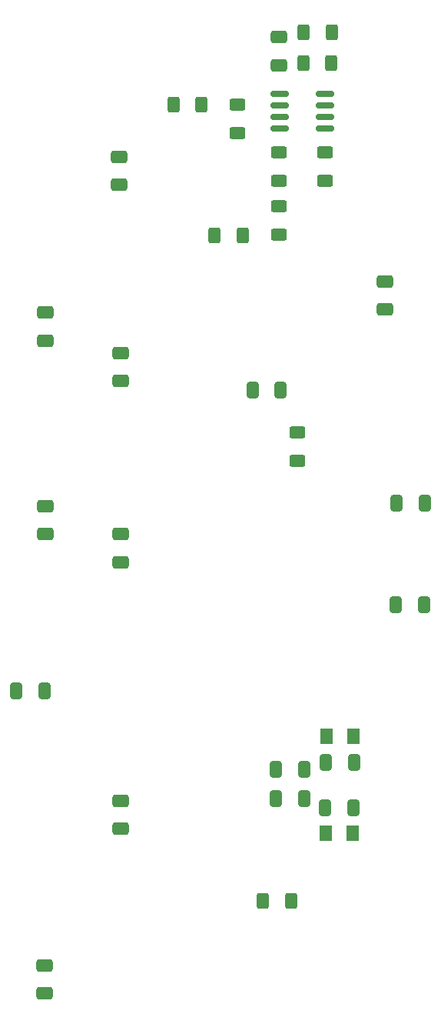
<source format=gbr>
%TF.GenerationSoftware,KiCad,Pcbnew,6.0.11-2627ca5db0~126~ubuntu20.04.1*%
%TF.CreationDate,2024-05-08T08:33:10-06:00*%
%TF.ProjectId,LaserPID,4c617365-7250-4494-942e-6b696361645f,rev?*%
%TF.SameCoordinates,Original*%
%TF.FileFunction,Paste,Top*%
%TF.FilePolarity,Positive*%
%FSLAX46Y46*%
G04 Gerber Fmt 4.6, Leading zero omitted, Abs format (unit mm)*
G04 Created by KiCad (PCBNEW 6.0.11-2627ca5db0~126~ubuntu20.04.1) date 2024-05-08 08:33:10*
%MOMM*%
%LPD*%
G01*
G04 APERTURE LIST*
G04 Aperture macros list*
%AMRoundRect*
0 Rectangle with rounded corners*
0 $1 Rounding radius*
0 $2 $3 $4 $5 $6 $7 $8 $9 X,Y pos of 4 corners*
0 Add a 4 corners polygon primitive as box body*
4,1,4,$2,$3,$4,$5,$6,$7,$8,$9,$2,$3,0*
0 Add four circle primitives for the rounded corners*
1,1,$1+$1,$2,$3*
1,1,$1+$1,$4,$5*
1,1,$1+$1,$6,$7*
1,1,$1+$1,$8,$9*
0 Add four rect primitives between the rounded corners*
20,1,$1+$1,$2,$3,$4,$5,0*
20,1,$1+$1,$4,$5,$6,$7,0*
20,1,$1+$1,$6,$7,$8,$9,0*
20,1,$1+$1,$8,$9,$2,$3,0*%
G04 Aperture macros list end*
%ADD10RoundRect,0.250000X-0.412500X-0.650000X0.412500X-0.650000X0.412500X0.650000X-0.412500X0.650000X0*%
%ADD11RoundRect,0.250000X0.412500X0.650000X-0.412500X0.650000X-0.412500X-0.650000X0.412500X-0.650000X0*%
%ADD12RoundRect,0.249999X0.650001X-0.412501X0.650001X0.412501X-0.650001X0.412501X-0.650001X-0.412501X0*%
%ADD13RoundRect,0.249999X-0.650001X0.412501X-0.650001X-0.412501X0.650001X-0.412501X0.650001X0.412501X0*%
%ADD14RoundRect,0.249999X-0.412501X-0.650001X0.412501X-0.650001X0.412501X0.650001X-0.412501X0.650001X0*%
%ADD15RoundRect,0.249999X0.412501X0.650001X-0.412501X0.650001X-0.412501X-0.650001X0.412501X-0.650001X0*%
%ADD16RoundRect,0.250000X-0.625000X0.400000X-0.625000X-0.400000X0.625000X-0.400000X0.625000X0.400000X0*%
%ADD17RoundRect,0.250000X0.400000X0.625000X-0.400000X0.625000X-0.400000X-0.625000X0.400000X-0.625000X0*%
%ADD18RoundRect,0.250000X0.625000X-0.400000X0.625000X0.400000X-0.625000X0.400000X-0.625000X-0.400000X0*%
%ADD19RoundRect,0.250000X-0.400000X-0.625000X0.400000X-0.625000X0.400000X0.625000X-0.400000X0.625000X0*%
%ADD20RoundRect,0.150000X0.825000X0.150000X-0.825000X0.150000X-0.825000X-0.150000X0.825000X-0.150000X0*%
%ADD21RoundRect,0.250001X-0.462499X-0.624999X0.462499X-0.624999X0.462499X0.624999X-0.462499X0.624999X0*%
%ADD22RoundRect,0.250001X0.462499X0.624999X-0.462499X0.624999X-0.462499X-0.624999X0.462499X-0.624999X0*%
G04 APERTURE END LIST*
D10*
%TO.C,C1*%
X802398300Y-103200200D03*
X805523300Y-103200200D03*
%TD*%
D11*
%TO.C,C2*%
X805472500Y-108204000D03*
X802347500Y-108204000D03*
%TD*%
D10*
%TO.C,C3*%
X796873400Y-103962200D03*
X799998400Y-103962200D03*
%TD*%
D12*
%TO.C,C7*%
X771525000Y-56808500D03*
X771525000Y-53683500D03*
%TD*%
D13*
%TO.C,C8*%
X779653000Y-36537500D03*
X779653000Y-39662500D03*
%TD*%
D12*
%TO.C,C9*%
X771525000Y-78105000D03*
X771525000Y-74980000D03*
%TD*%
D13*
%TO.C,C10*%
X779780000Y-58127500D03*
X779780000Y-61252500D03*
%TD*%
D14*
%TO.C,C11*%
X794308000Y-62230000D03*
X797433000Y-62230000D03*
%TD*%
D13*
%TO.C,C12*%
X808951500Y-50253500D03*
X808951500Y-53378500D03*
%TD*%
D12*
%TO.C,C16*%
X771398000Y-128651000D03*
X771398000Y-125526000D03*
%TD*%
D15*
%TO.C,C18*%
X813258000Y-85852000D03*
X810133000Y-85852000D03*
%TD*%
D13*
%TO.C,C20*%
X797267500Y-23403500D03*
X797267500Y-26528500D03*
%TD*%
D16*
%TO.C,R1*%
X797267500Y-42037000D03*
X797267500Y-45137000D03*
%TD*%
D17*
%TO.C,R2*%
X793229500Y-45212000D03*
X790129500Y-45212000D03*
%TD*%
%TO.C,R7*%
X788696000Y-30861000D03*
X785596000Y-30861000D03*
%TD*%
D18*
%TO.C,R8*%
X799261800Y-70002400D03*
X799261800Y-66902400D03*
%TD*%
D17*
%TO.C,R9*%
X803008500Y-26289000D03*
X799908500Y-26289000D03*
%TD*%
D19*
%TO.C,R10*%
X799934500Y-22860000D03*
X803034500Y-22860000D03*
%TD*%
D18*
%TO.C,R12*%
X797267500Y-39168000D03*
X797267500Y-36068000D03*
%TD*%
D16*
%TO.C,R13*%
X792695500Y-30861000D03*
X792695500Y-33961000D03*
%TD*%
D20*
%TO.C,U7*%
X802282500Y-33427000D03*
X802282500Y-32157000D03*
X802282500Y-30887000D03*
X802282500Y-29617000D03*
X797332500Y-29617000D03*
X797332500Y-30887000D03*
X797332500Y-32157000D03*
X797332500Y-33427000D03*
%TD*%
D17*
%TO.C,R5*%
X798551200Y-118440200D03*
X795451200Y-118440200D03*
%TD*%
D13*
%TO.C,C5*%
X779780000Y-78066500D03*
X779780000Y-81191500D03*
%TD*%
D14*
%TO.C,C4*%
X768311500Y-95377000D03*
X771436500Y-95377000D03*
%TD*%
D18*
%TO.C,R11*%
X802347500Y-39168000D03*
X802347500Y-36068000D03*
%TD*%
D13*
%TO.C,C17*%
X779780000Y-107403500D03*
X779780000Y-110528500D03*
%TD*%
D15*
%TO.C,C19*%
X813272500Y-74676000D03*
X810147500Y-74676000D03*
%TD*%
D21*
%TO.C,D4*%
X802459000Y-100325000D03*
X805434000Y-100325000D03*
%TD*%
D11*
%TO.C,C13*%
X799999200Y-107188000D03*
X796874200Y-107188000D03*
%TD*%
D22*
%TO.C,D5*%
X805347000Y-110993000D03*
X802372000Y-110993000D03*
%TD*%
M02*

</source>
